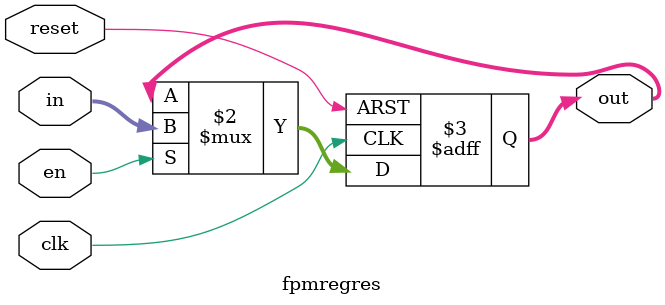
<source format=v>
`timescale 1ns / 1ps


module fpmreg(
input [31:0] in,
input reset, en, clk,
output reg [31:0] out
    );
    
always @ (posedge clk, posedge reset)
    begin
        if (reset)
            begin
                out = 32'b0;
            end
        else
            begin
                out = (en) ? in : out;
            end     
    end    
endmodule

module fpmreg1(
input in,
input reset, en, clk,
output reg out
    );
    
always @ (posedge clk, posedge reset)
    begin
        if (reset)
            begin
                out = 0;
            end
        else
            begin
                out = (en) ? in : out;
            end     
    end    
endmodule

module fpmregres(
input [37:0] in,
input reset, en, clk,
output reg [37:0] out
    );
    
always @ (posedge clk, posedge reset)
    begin
        if (reset)
            begin
                out = 38'b0;
            end
        else
            begin
                out = (en) ? in : out;
            end     
    end    
endmodule
</source>
